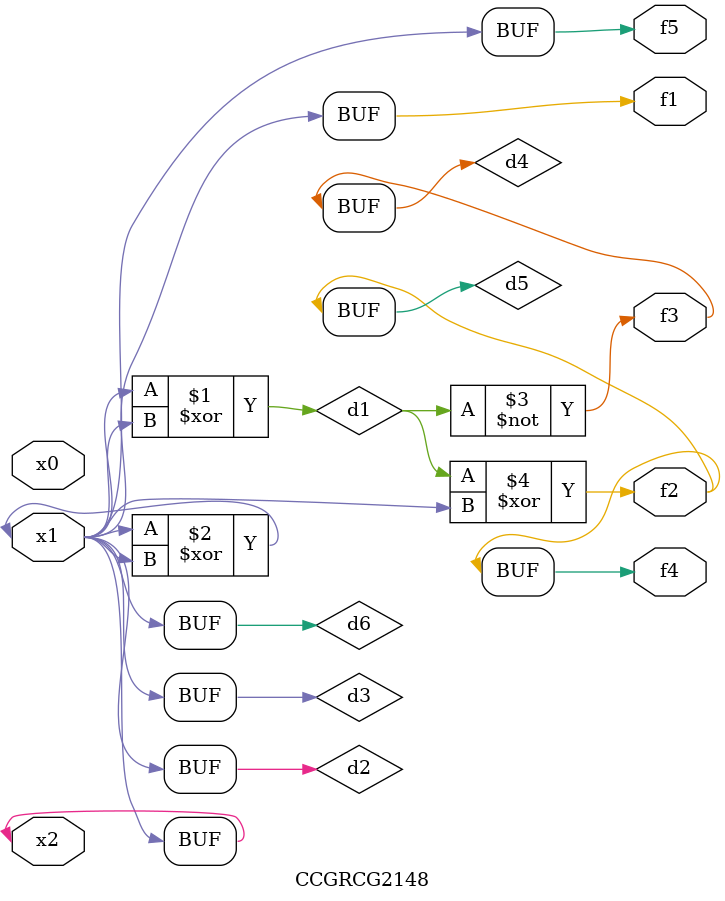
<source format=v>
module CCGRCG2148(
	input x0, x1, x2,
	output f1, f2, f3, f4, f5
);

	wire d1, d2, d3, d4, d5, d6;

	xor (d1, x1, x2);
	buf (d2, x1, x2);
	xor (d3, x1, x2);
	nor (d4, d1);
	xor (d5, d1, d2);
	buf (d6, d2, d3);
	assign f1 = d6;
	assign f2 = d5;
	assign f3 = d4;
	assign f4 = d5;
	assign f5 = d6;
endmodule

</source>
